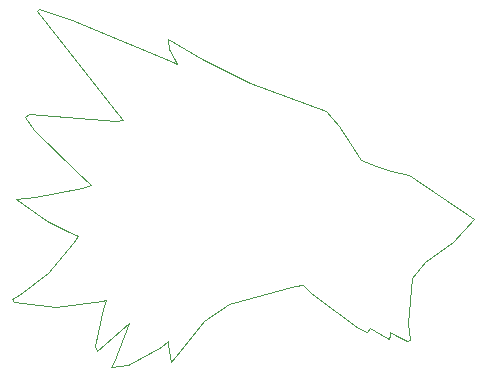
<source format=gbr>
%TF.GenerationSoftware,KiCad,Pcbnew,8.0.7*%
%TF.CreationDate,2025-02-12T01:29:36+05:30*%
%TF.ProjectId,MyNEW_PCB_ART_SJCET,4d794e45-575f-4504-9342-5f4152545f53,rev?*%
%TF.SameCoordinates,Original*%
%TF.FileFunction,Profile,NP*%
%FSLAX46Y46*%
G04 Gerber Fmt 4.6, Leading zero omitted, Abs format (unit mm)*
G04 Created by KiCad (PCBNEW 8.0.7) date 2025-02-12 01:29:36*
%MOMM*%
%LPD*%
G01*
G04 APERTURE LIST*
%TA.AperFunction,Profile*%
%ADD10C,0.072000*%
%TD*%
G04 APERTURE END LIST*
D10*
X193882918Y-101252459D02*
X194635109Y-101535542D01*
X191121603Y-82872990D02*
X184718247Y-80497552D01*
X168286565Y-99411430D02*
X172215569Y-98907344D01*
X180647079Y-78418401D02*
X177737829Y-76737593D01*
X189913954Y-98269830D02*
X193882918Y-101252459D01*
X172485429Y-98834087D02*
X172232698Y-99615604D01*
X182933507Y-99145541D02*
X188514335Y-97640093D01*
X165962679Y-83061371D02*
X165677541Y-83348889D01*
X196524414Y-101809401D02*
X196542094Y-101530923D01*
X195381173Y-87513912D02*
X194150207Y-87015068D01*
X203679223Y-91963257D02*
X198180403Y-88249893D01*
X167599206Y-96580581D02*
X165115246Y-98380232D01*
X166855277Y-74226532D02*
X166686617Y-74344835D01*
X166686617Y-74344835D02*
X173558585Y-83123651D01*
X177881580Y-77559941D02*
X178337221Y-78500067D01*
X169635917Y-75116459D02*
X166855241Y-74226532D01*
X194880863Y-101251919D02*
X195305886Y-101498991D01*
X169762990Y-94041332D02*
X167599206Y-96580581D01*
X177737829Y-76737593D02*
X177881580Y-77559941D01*
X169197333Y-92979764D02*
X170185417Y-93404808D01*
X170456307Y-89388875D02*
X166536663Y-90157306D01*
X177734632Y-102326562D02*
X177759533Y-102662612D01*
X173370723Y-83654968D02*
X165962679Y-83061371D01*
X199498003Y-95622729D02*
X201903837Y-93941273D01*
X198180403Y-88249893D02*
X196667651Y-87896042D01*
X178034058Y-104097395D02*
X178819751Y-103169837D01*
X173106094Y-101974803D02*
X174457966Y-100799648D01*
X171548716Y-102776213D02*
X171766372Y-103170622D01*
X196542094Y-101530923D02*
X197144075Y-101889490D01*
X198084888Y-100758305D02*
X198436741Y-96964337D01*
X198267909Y-102208853D02*
X198084888Y-100758305D01*
X177138875Y-102795578D02*
X177734632Y-102326562D01*
X184718247Y-80497552D02*
X180647079Y-78418401D01*
X173558585Y-83123651D02*
X173985682Y-83590046D01*
X178819751Y-103169837D02*
X180853121Y-100651871D01*
X193361404Y-85838346D02*
X192251880Y-84125078D01*
X189196243Y-97577306D02*
X189913954Y-98269830D01*
X178215257Y-78691115D02*
X169635917Y-75116459D01*
X178496539Y-78885324D02*
X178215257Y-78691115D01*
X170185417Y-93404808D02*
X169762990Y-94041332D01*
X201903837Y-93941273D02*
X203679223Y-91963257D01*
X166536663Y-90157306D02*
X164908188Y-90327953D01*
X192251880Y-84125078D02*
X191121603Y-82872990D01*
X194635109Y-101535542D02*
X194880863Y-101251919D01*
X171766372Y-103170622D02*
X173106094Y-101974803D01*
X164562185Y-98785026D02*
X164771179Y-99046584D01*
X167523192Y-92167888D02*
X169197333Y-92979764D01*
X198000868Y-102309300D02*
X198267909Y-102208853D01*
X164908188Y-90327953D02*
X167523192Y-92167888D01*
X165115246Y-98380232D02*
X164562185Y-98785026D01*
X196667651Y-87896042D02*
X195381173Y-87513912D01*
X188514335Y-97640093D02*
X189196243Y-97577306D01*
X177759533Y-102662612D02*
X178034058Y-104097395D01*
X172215569Y-98907344D02*
X172485429Y-98834087D01*
X172232698Y-99615604D02*
X171548716Y-102776213D01*
X178337221Y-78500067D02*
X178496539Y-78885324D01*
X198436741Y-96964337D02*
X199498003Y-95622729D01*
X193900075Y-86771135D02*
X193361404Y-85838346D01*
X173171999Y-104049238D02*
X172985177Y-104479514D01*
X180853121Y-100651871D02*
X182933507Y-99145541D01*
X165677541Y-83348889D02*
X166427017Y-84471333D01*
X173985682Y-83590046D02*
X173370723Y-83654968D01*
X164771179Y-99046584D02*
X168286565Y-99411430D01*
X195305886Y-101498991D02*
X196448620Y-102155926D01*
X196448620Y-102155926D02*
X196524414Y-101809401D01*
X174457966Y-100799648D02*
X173171999Y-104049238D01*
X197144075Y-101889490D02*
X198000868Y-102309300D01*
X171276253Y-89069577D02*
X170456307Y-89388875D01*
X170057751Y-88039415D02*
X171276253Y-89069577D01*
X166427017Y-84471333D02*
X170057751Y-88039415D01*
X174385311Y-104334005D02*
X177138875Y-102795578D01*
X194150207Y-87015068D02*
X193900075Y-86771135D01*
X172985177Y-104479514D02*
X174385311Y-104334005D01*
M02*

</source>
